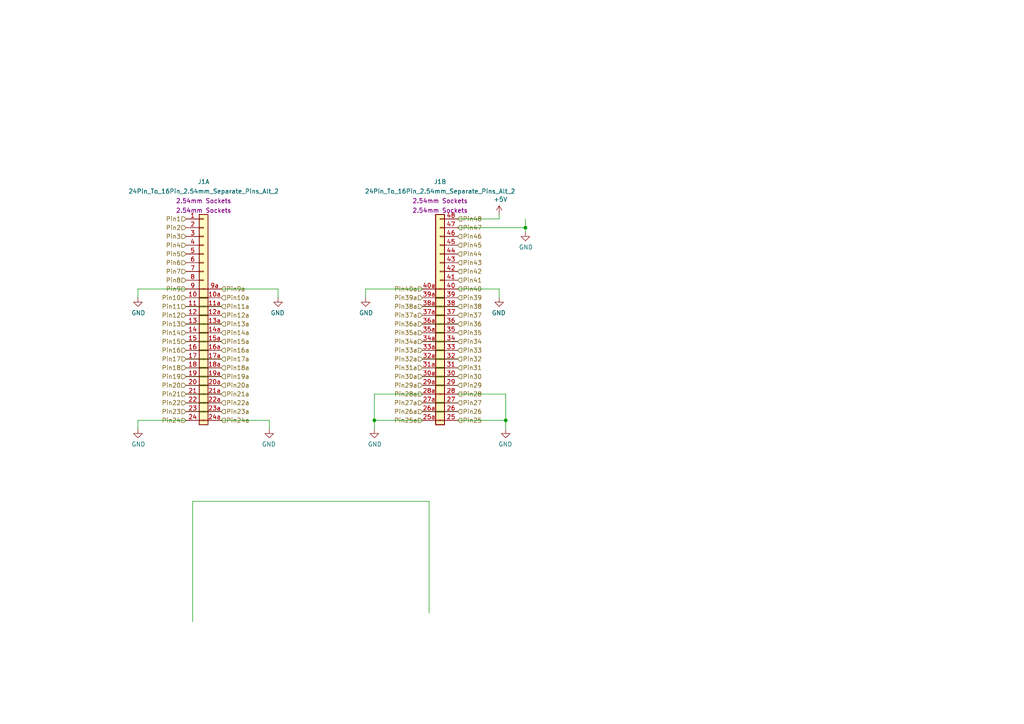
<source format=kicad_sch>
(kicad_sch (version 20211123) (generator eeschema)
  (paper "A4")
  (title_block (title "MRDT NavBoard - Main Board") (rev "1, 2023") (company "Thomas Francois, Missouri S&T Mars Rover Design Team") (comment 1 "Teensy daughter board") (comment 2 "Contains an RJ45 connector and power supplies"))
  (lib_symbols
    (symbol "Nav_Board:24Pin_To_16Pin_2.54mm_Separate_Pins_Alt_2"
      (property "Reference" "J1" (at 0 3.9665 0))
      (property "Value" "24Pin_To_16Pin_2.54mm_Separate_Pins_Alt_2" (at 0 1.1914 0))
      (property "Inner Header Types" "2.54mm Sockets" (at 0 -17.78 0))
      (property "Outer Header Types" "2.54mm Sockets" (at 0 -17.78 0))
      (symbol "24Pin_To_16Pin_2.54mm_Separate_Pins_Alt_2_1_1"
        (rectangle (start -1.27 -59.563) (end 0 -59.817) (stroke (width 0.1524)))
        (rectangle (start -1.27 -57.023) (end 0 -57.277) (stroke (width 0.1524)))
        (rectangle (start -1.27 -54.483) (end 0 -54.737) (stroke (width 0.1524)))
        (rectangle (start -1.27 -51.943) (end 0 -52.197) (stroke (width 0.1524)))
        (rectangle (start -1.27 -49.403) (end 0 -49.657) (stroke (width 0.1524)))
        (rectangle (start -1.27 -46.863) (end 0 -47.117) (stroke (width 0.1524)))
        (rectangle (start -1.27 -44.323) (end 0 -44.577) (stroke (width 0.1524)))
        (rectangle (start -1.27 -41.783) (end 0 -42.037) (stroke (width 0.1524)))
        (rectangle (start -1.27 -39.243) (end 0 -39.497) (stroke (width 0.1524)))
        (rectangle (start -1.27 -36.703) (end 0 -36.957) (stroke (width 0.1524)))
        (rectangle (start -1.27 -34.163) (end 0 -34.417) (stroke (width 0.1524)))
        (rectangle (start -1.27 -31.623) (end 0 -31.877) (stroke (width 0.1524)))
        (rectangle (start -1.27 -29.083) (end 0 -29.337) (stroke (width 0.1524)))
        (rectangle (start -1.27 -26.543) (end 0 -26.797) (stroke (width 0.1524)))
        (rectangle (start -1.27 -24.003) (end 0 -24.257) (stroke (width 0.1524)))
        (rectangle (start -1.27 -21.463) (end 0 -21.717) (stroke (width 0.1524)))
        (rectangle (start -1.27 -18.923) (end 0 -19.177) (stroke (width 0.1524)))
        (rectangle (start -1.27 -16.383) (end 0 -16.637) (stroke (width 0.1524)))
        (rectangle (start -1.27 -13.843) (end 0 -14.097) (stroke (width 0.1524)))
        (rectangle (start -1.27 -11.303) (end 0 -11.557) (stroke (width 0.1524)))
        (rectangle (start -1.27 -8.763) (end 0 -9.017) (stroke (width 0.1524)))
        (rectangle (start -1.27 -6.223) (end 0 -6.477) (stroke (width 0.1524)))
        (rectangle (start -1.27 -3.683) (end 0 -3.937) (stroke (width 0.1524)))
        (rectangle (start -1.27 -1.143) (end 0 -1.397) (stroke (width 0.1524)))
        (rectangle (start -1.27 0) (end 1.27 -60.96) (stroke (width 0.254)) (fill (type background)))
        (rectangle (start 0 -59.817) (end 1.27 -59.563) (stroke (width 0.1524)))
        (rectangle (start 0 -57.277) (end 1.27 -57.023) (stroke (width 0.1524)))
        (rectangle (start 0 -54.737) (end 1.27 -54.483) (stroke (width 0.1524)))
        (rectangle (start 0 -52.197) (end 1.27 -51.943) (stroke (width 0.1524)))
        (rectangle (start 0 -49.657) (end 1.27 -49.403) (stroke (width 0.1524)))
        (rectangle (start 0 -47.117) (end 1.27 -46.863) (stroke (width 0.1524)))
        (rectangle (start 0 -44.577) (end 1.27 -44.323) (stroke (width 0.1524)))
        (rectangle (start 0 -42.037) (end 1.27 -41.783) (stroke (width 0.1524)))
        (rectangle (start 0 -39.497) (end 1.27 -39.243) (stroke (width 0.1524)))
        (rectangle (start 0 -36.957) (end 1.27 -36.703) (stroke (width 0.1524)))
        (rectangle (start 0 -34.417) (end 1.27 -34.163) (stroke (width 0.1524)))
        (rectangle (start 0 -31.877) (end 1.27 -31.623) (stroke (width 0.1524)))
        (rectangle (start 0 -29.337) (end 1.27 -29.083) (stroke (width 0.1524)))
        (rectangle (start 0 -26.797) (end 1.27 -26.543) (stroke (width 0.1524)))
        (rectangle (start 0 -24.257) (end 1.27 -24.003) (stroke (width 0.1524)))
        (rectangle (start 0 -21.717) (end 1.27 -21.463) (stroke (width 0.1524)))
        (pin passive line (at -5.08 -1.27 0) (length 3.81) (name "") (number "1"))
        (pin passive line (at -5.08 -24.13 0) (length 3.81) (name "") (number "10"))
        (pin passive line (at 5.08 -24.13 180) (length 3.81) (name "") (number "10a"))
        (pin passive line (at -5.08 -26.67 0) (length 3.81) (name "") (number "11"))
        (pin passive line (at 5.08 -26.67 180) (length 3.81) (name "") (number "11a"))
        (pin passive line (at -5.08 -29.21 0) (length 3.81) (name "") (number "12"))
        (pin passive line (at 5.08 -29.21 180) (length 3.81) (name "") (number "12a"))
        (pin passive line (at -5.08 -31.75 0) (length 3.81) (name "") (number "13"))
        (pin passive line (at 5.08 -31.75 180) (length 3.81) (name "") (number "13a"))
        (pin passive line (at -5.08 -34.29 0) (length 3.81) (name "") (number "14"))
        (pin passive line (at 5.08 -34.29 180) (length 3.81) (name "") (number "14a"))
        (pin passive line (at -5.08 -36.83 0) (length 3.81) (name "") (number "15"))
        (pin passive line (at 5.08 -36.83 180) (length 3.81) (name "") (number "15a"))
        (pin passive line (at -5.08 -39.37 0) (length 3.81) (name "") (number "16"))
        (pin passive line (at 5.08 -39.37 180) (length 3.81) (name "") (number "16a"))
        (pin passive line (at -5.08 -41.91 0) (length 3.81) (name "") (number "17"))
        (pin passive line (at 5.08 -41.91 180) (length 3.81) (name "") (number "17a"))
        (pin passive line (at -5.08 -44.45 0) (length 3.81) (name "") (number "18"))
        (pin passive line (at 5.08 -44.45 180) (length 3.81) (name "") (number "18a"))
        (pin passive line (at -5.08 -46.99 0) (length 3.81) (name "") (number "19"))
        (pin passive line (at 5.08 -46.99 180) (length 3.81) (name "") (number "19a"))
        (pin passive line (at -5.08 -3.81 0) (length 3.81) (name "") (number "2"))
        (pin passive line (at -5.08 -49.53 0) (length 3.81) (name "") (number "20"))
        (pin passive line (at 5.08 -49.53 180) (length 3.81) (name "") (number "20a"))
        (pin passive line (at -5.08 -52.07 0) (length 3.81) (name "") (number "21"))
        (pin passive line (at 5.08 -52.07 180) (length 3.81) (name "") (number "21a"))
        (pin passive line (at -5.08 -54.61 0) (length 3.81) (name "") (number "22"))
        (pin passive line (at 5.08 -54.61 180) (length 3.81) (name "") (number "22a"))
        (pin passive line (at -5.08 -57.15 0) (length 3.81) (name "") (number "23"))
        (pin passive line (at 5.08 -57.15 180) (length 3.81) (name "") (number "23a"))
        (pin passive line (at -5.08 -59.69 0) (length 3.81) (name "") (number "24"))
        (pin passive line (at 5.08 -59.69 180) (length 3.81) (name "") (number "24a"))
        (pin passive line (at -5.08 -6.35 0) (length 3.81) (name "") (number "3"))
        (pin passive line (at -5.08 -8.89 0) (length 3.81) (name "") (number "4"))
        (pin passive line (at -5.08 -11.43 0) (length 3.81) (name "") (number "5"))
        (pin passive line (at -5.08 -13.97 0) (length 3.81) (name "") (number "6"))
        (pin passive line (at -5.08 -16.51 0) (length 3.81) (name "") (number "7"))
        (pin passive line (at -5.08 -19.05 0) (length 3.81) (name "") (number "8"))
        (pin passive line (at -5.08 -21.59 0) (length 3.81) (name "") (number "9"))
        (pin passive line (at 5.08 -21.59 180) (length 3.81) (name "") (number "9a"))
      )
      (symbol "24Pin_To_16Pin_2.54mm_Separate_Pins_Alt_2_2_1"
        (rectangle (start -1.27 -60.96) (end 1.27 0) (stroke (width 0.254)) (fill (type background)))
        (rectangle (start -1.27 -59.563) (end 0 -59.817) (stroke (width 0.1524)))
        (rectangle (start -1.27 -57.023) (end 0 -57.277) (stroke (width 0.1524)))
        (rectangle (start -1.27 -54.483) (end 0 -54.737) (stroke (width 0.1524)))
        (rectangle (start -1.27 -51.943) (end 0 -52.197) (stroke (width 0.1524)))
        (rectangle (start -1.27 -49.403) (end 0 -49.657) (stroke (width 0.1524)))
        (rectangle (start -1.27 -46.863) (end 0 -47.117) (stroke (width 0.1524)))
        (rectangle (start -1.27 -44.323) (end 0 -44.577) (stroke (width 0.1524)))
        (rectangle (start -1.27 -41.783) (end 0 -42.037) (stroke (width 0.1524)))
        (rectangle (start -1.27 -39.243) (end 0 -39.497) (stroke (width 0.1524)))
        (rectangle (start -1.27 -36.703) (end 0 -36.957) (stroke (width 0.1524)))
        (rectangle (start -1.27 -34.163) (end 0 -34.417) (stroke (width 0.1524)))
        (rectangle (start -1.27 -31.623) (end 0 -31.877) (stroke (width 0.1524)))
        (rectangle (start -1.27 -29.083) (end 0 -29.337) (stroke (width 0.1524)))
        (rectangle (start -1.27 -26.543) (end 0 -26.797) (stroke (width 0.1524)))
        (rectangle (start -1.27 -24.003) (end 0 -24.257) (stroke (width 0.1524)))
        (rectangle (start -1.27 -21.463) (end 0 -21.717) (stroke (width 0.1524)))
        (rectangle (start -1.27 -18.923) (end 0 -19.177) (stroke (width 0.1524)))
        (rectangle (start -1.27 -16.383) (end 0 -16.637) (stroke (width 0.1524)))
        (rectangle (start -1.27 -13.843) (end 0 -14.097) (stroke (width 0.1524)))
        (rectangle (start -1.27 -11.303) (end 0 -11.557) (stroke (width 0.1524)))
        (rectangle (start -1.27 -8.763) (end 0 -9.017) (stroke (width 0.1524)))
        (rectangle (start -1.27 -6.223) (end 0 -6.477) (stroke (width 0.1524)))
        (rectangle (start -1.27 -3.683) (end 0 -3.937) (stroke (width 0.1524)))
        (rectangle (start -1.27 -1.143) (end 0 -1.397) (stroke (width 0.1524)))
        (rectangle (start -1.27 0) (end 1.27 -60.96) (stroke (width 0.254)) (fill (type background)))
        (rectangle (start 0 -59.817) (end 1.27 -59.563) (stroke (width 0.1524)))
        (rectangle (start 0 -57.277) (end 1.27 -57.023) (stroke (width 0.1524)))
        (rectangle (start 0 -54.737) (end 1.27 -54.483) (stroke (width 0.1524)))
        (rectangle (start 0 -52.197) (end 1.27 -51.943) (stroke (width 0.1524)))
        (rectangle (start 0 -49.657) (end 1.27 -49.403) (stroke (width 0.1524)))
        (rectangle (start 0 -47.117) (end 1.27 -46.863) (stroke (width 0.1524)))
        (rectangle (start 0 -44.577) (end 1.27 -44.323) (stroke (width 0.1524)))
        (rectangle (start 0 -42.037) (end 1.27 -41.783) (stroke (width 0.1524)))
        (rectangle (start 0 -39.497) (end 1.27 -39.243) (stroke (width 0.1524)))
        (rectangle (start 0 -36.957) (end 1.27 -36.703) (stroke (width 0.1524)))
        (rectangle (start 0 -34.417) (end 1.27 -34.163) (stroke (width 0.1524)))
        (rectangle (start 0 -31.877) (end 1.27 -31.623) (stroke (width 0.1524)))
        (rectangle (start 0 -29.337) (end 1.27 -29.083) (stroke (width 0.1524)))
        (rectangle (start 0 -26.797) (end 1.27 -26.543) (stroke (width 0.1524)))
        (rectangle (start 0 -24.257) (end 1.27 -24.003) (stroke (width 0.1524)))
        (rectangle (start 0 -21.717) (end 1.27 -21.463) (stroke (width 0.1524)))
        (pin passive line (at -5.08 -59.69 0) (length 3.81) (name "") (number "25"))
        (pin passive line (at 5.08 -59.69 180) (length 3.81) (name "") (number "25a"))
        (pin passive line (at -5.08 -57.15 0) (length 3.81) (name "") (number "26"))
        (pin passive line (at 5.08 -57.15 180) (length 3.81) (name "") (number "26a"))
        (pin passive line (at -5.08 -54.61 0) (length 3.81) (name "") (number "27"))
        (pin passive line (at 5.08 -54.61 180) (length 3.81) (name "") (number "27a"))
        (pin passive line (at -5.08 -52.07 0) (length 3.81) (name "") (number "28"))
        (pin passive line (at 5.08 -52.07 180) (length 3.81) (name "") (number "28a"))
        (pin passive line (at -5.08 -49.53 0) (length 3.81) (name "") (number "29"))
        (pin passive line (at 5.08 -49.53 180) (length 3.81) (name "") (number "29a"))
        (pin passive line (at -5.08 -46.99 0) (length 3.81) (name "") (number "30"))
        (pin passive line (at 5.08 -46.99 180) (length 3.81) (name "") (number "30a"))
        (pin passive line (at -5.08 -44.45 0) (length 3.81) (name "") (number "31"))
        (pin passive line (at 5.08 -44.45 180) (length 3.81) (name "") (number "31a"))
        (pin passive line (at -5.08 -41.91 0) (length 3.81) (name "") (number "32"))
        (pin passive line (at 5.08 -41.91 180) (length 3.81) (name "") (number "32a"))
        (pin passive line (at -5.08 -39.37 0) (length 3.81) (name "") (number "33"))
        (pin passive line (at 5.08 -39.37 180) (length 3.81) (name "") (number "33a"))
        (pin passive line (at -5.08 -36.83 0) (length 3.81) (name "") (number "34"))
        (pin passive line (at 5.08 -36.83 180) (length 3.81) (name "") (number "34a"))
        (pin passive line (at -5.08 -34.29 0) (length 3.81) (name "") (number "35"))
        (pin passive line (at 5.08 -34.29 180) (length 3.81) (name "") (number "35a"))
        (pin passive line (at -5.08 -31.75 0) (length 3.81) (name "") (number "36"))
        (pin passive line (at 5.08 -31.75 180) (length 3.81) (name "") (number "36a"))
        (pin passive line (at -5.08 -29.21 0) (length 3.81) (name "") (number "37"))
        (pin passive line (at 5.08 -29.21 180) (length 3.81) (name "") (number "37a"))
        (pin passive line (at -5.08 -26.67 0) (length 3.81) (name "") (number "38"))
        (pin passive line (at 5.08 -26.67 180) (length 3.81) (name "") (number "38a"))
        (pin passive line (at -5.08 -24.13 0) (length 3.81) (name "") (number "39"))
        (pin passive line (at 5.08 -24.13 180) (length 3.81) (name "") (number "39a"))
        (pin passive line (at -5.08 -21.59 0) (length 3.81) (name "") (number "40"))
        (pin passive line (at 5.08 -21.59 180) (length 3.81) (name "") (number "40a"))
        (pin passive line (at -5.08 -19.05 0) (length 3.81) (name "") (number "41"))
        (pin passive line (at -5.08 -16.51 0) (length 3.81) (name "") (number "42"))
        (pin passive line (at -5.08 -13.97 0) (length 3.81) (name "") (number "43"))
        (pin passive line (at -5.08 -11.43 0) (length 3.81) (name "") (number "44"))
        (pin passive line (at -5.08 -8.89 0) (length 3.81) (name "") (number "45"))
        (pin passive line (at -5.08 -6.35 0) (length 3.81) (name "") (number "46"))
        (pin passive line (at -5.08 -3.81 0) (length 3.81) (name "") (number "47"))
        (pin passive line (at -5.08 -1.27 0) (length 3.81) (name "") (number "48"))
      )
      (symbol "24Pin_To_16Pin_2.54mm_Separate_Pins_Alt_2_3_1"
        (rectangle (start -1.27 -13.8938) (end 0 -14.1478) (stroke (width 0.1524)))
        (rectangle (start -1.27 -11.3538) (end 0 -11.6078) (stroke (width 0.1524)))
        (rectangle (start -1.27 -8.8138) (end 0 -9.0678) (stroke (width 0.1524)))
        (rectangle (start -1.27 -6.2738) (end 0 -6.5278) (stroke (width 0.1524)))
        (rectangle (start -1.27 -3.7338) (end 0 -3.9878) (stroke (width 0.1524)))
        (rectangle (start -1.27 -1.1938) (end 0 -1.4478) (stroke (width 0.1524)))
        (rectangle (start -1.27 -0.0508) (end 1.27 -15.2908) (stroke (width 0.254)) (fill (type background)))
        (pin passive line (at -5.08 -14.0208 0) (length 3.81) (name "") (number "60"))
        (pin passive line (at -5.08 -11.4808 0) (length 3.81) (name "") (number "61"))
        (pin passive line (at -5.08 -8.9408 0) (length 3.81) (name "") (number "62"))
        (pin passive line (at -5.08 -6.4008 0) (length 3.81) (name "") (number "63"))
        (pin passive line (at -5.08 -3.8608 0) (length 3.81) (name "") (number "64"))
        (pin passive line (at -5.08 -1.3208 0) (length 3.81) (name "") (number "65"))
      )
    )
    (symbol "power:+5V" (power) (pin_names (offset 0))
      (property "Value" "+5V" (at 0 3.556 0))
      (symbol "+5V_0_1"
        (polyline (pts (xy -0.762 1.27) (xy 0 2.54)))
        (polyline (pts (xy 0 0) (xy 0 2.54)))
        (polyline (pts (xy 0 2.54) (xy 0.762 1.27)))
      )
      (symbol "+5V_1_1"
        (pin power_in line (at 0 0 90) (length 0) hide (name "+5V") (number "1"))
      )
    )
    (symbol "power:GND" (power) (pin_names (offset 0))
      (property "Value" "GND" (at 0 -3.81 0))
      (symbol "GND_0_1"
        (polyline (pts (xy 0 0) (xy 0 -1.27) (xy 1.27 -1.27) (xy 0 -2.54) (xy -1.27 -1.27) (xy 0 -1.27)))
      )
      (symbol "GND_1_1"
        (pin power_in line (at 0 0 270) (length 0) hide (name "GND") (number "1"))
      )
    )
  )
  (junction (at 108.585 121.92))
  (junction (at 146.685 121.92))
  (junction (at 152.4 66.04))
  (wire (pts (xy 122.555 119.38) (xy 132.715 119.38)))
  (wire (pts (xy 106.045 83.82) (xy 122.555 83.82)))
  (wire (pts (xy 152.4 66.04) (xy 152.4 67.31)))
  (wire (pts (xy 53.975 104.14) (xy 64.135 104.14)))
  (wire (pts (xy 146.685 121.92) (xy 132.715 121.92)))
  (wire (pts (xy 40.005 121.92) (xy 53.975 121.92)))
  (wire (pts (xy 122.555 88.9) (xy 132.715 88.9)))
  (wire (pts (xy 53.975 111.76) (xy 64.135 111.76)))
  (wire (pts (xy 40.005 121.92) (xy 40.005 124.46)))
  (wire (pts (xy 55.88 145.415) (xy 124.46 145.415)))
  (wire (pts (xy 122.555 109.22) (xy 132.715 109.22)))
  (wire (pts (xy 53.975 91.44) (xy 64.135 91.44)))
  (wire (pts (xy 122.555 93.98) (xy 132.715 93.98)))
  (wire (pts (xy 40.005 83.82) (xy 53.975 83.82)))
  (wire (pts (xy 108.585 114.3) (xy 122.555 114.3)))
  (wire (pts (xy 124.46 145.415) (xy 124.46 177.8)))
  (wire (pts (xy 146.685 121.92) (xy 146.685 124.46)))
  (wire (pts (xy 106.045 83.82) (xy 106.045 86.36)))
  (wire (pts (xy 146.685 114.3) (xy 146.685 121.92)))
  (wire (pts (xy 132.715 66.04) (xy 152.4 66.04)))
  (wire (pts (xy 53.975 99.06) (xy 64.135 99.06)))
  (wire (pts (xy 53.975 86.36) (xy 64.135 86.36)))
  (wire (pts (xy 122.555 106.68) (xy 132.715 106.68)))
  (wire (pts (xy 78.105 121.92) (xy 64.135 121.92)))
  (wire (pts (xy 152.4 63.5) (xy 152.4 66.04)))
  (wire (pts (xy 80.645 83.82) (xy 80.645 86.36)))
  (wire (pts (xy 53.975 119.38) (xy 64.135 119.38)))
  (wire (pts (xy 122.555 111.76) (xy 132.715 111.76)))
  (wire (pts (xy 53.975 101.6) (xy 64.135 101.6)))
  (wire (pts (xy 122.555 99.06) (xy 132.715 99.06)))
  (wire (pts (xy 132.715 83.82) (xy 144.78 83.82)))
  (wire (pts (xy 78.105 121.92) (xy 78.105 124.46)))
  (wire (pts (xy 144.78 62.23) (xy 144.78 63.5)))
  (wire (pts (xy 64.135 83.82) (xy 80.645 83.82)))
  (wire (pts (xy 53.975 114.3) (xy 64.135 114.3)))
  (wire (pts (xy 144.78 63.5) (xy 132.715 63.5)))
  (wire (pts (xy 132.715 114.3) (xy 146.685 114.3)))
  (wire (pts (xy 108.585 121.92) (xy 108.585 124.46)))
  (wire (pts (xy 53.975 116.84) (xy 64.135 116.84)))
  (wire (pts (xy 122.555 86.36) (xy 132.715 86.36)))
  (wire (pts (xy 122.555 91.44) (xy 132.715 91.44)))
  (wire (pts (xy 108.585 121.92) (xy 108.585 114.3)))
  (wire (pts (xy 53.975 93.98) (xy 64.135 93.98)))
  (wire (pts (xy 55.88 180.34) (xy 55.88 145.415)))
  (wire (pts (xy 122.555 116.84) (xy 132.715 116.84)))
  (wire (pts (xy 144.78 83.82) (xy 144.78 86.36)))
  (wire (pts (xy 53.975 106.68) (xy 64.135 106.68)))
  (wire (pts (xy 40.005 83.82) (xy 40.005 86.36)))
  (wire (pts (xy 53.975 109.22) (xy 64.135 109.22)))
  (wire (pts (xy 53.975 88.9) (xy 64.135 88.9)))
  (wire (pts (xy 108.585 121.92) (xy 122.555 121.92)))
  (wire (pts (xy 122.555 104.14) (xy 132.715 104.14)))
  (wire (pts (xy 53.975 96.52) (xy 64.135 96.52)))
  (wire (pts (xy 122.555 96.52) (xy 132.715 96.52)))
  (wire (pts (xy 122.555 101.6) (xy 132.715 101.6)))
  (hierarchical_label "Pin11" (shape input) (at 53.975 88.9 180))
  (hierarchical_label "Pin43" (shape input) (at 132.715 76.2 0))
  (hierarchical_label "Pin16a" (shape input) (at 64.135 101.6 0))
  (hierarchical_label "Pin30a" (shape input) (at 122.555 109.22 180))
  (hierarchical_label "Pin1" (shape input) (at 53.975 63.5 180))
  (hierarchical_label "Pin37" (shape input) (at 132.715 91.44 0))
  (hierarchical_label "Pin42" (shape input) (at 132.715 78.74 0))
  (hierarchical_label "Pin9a" (shape input) (at 64.135 83.82 0))
  (hierarchical_label "Pin44" (shape input) (at 132.715 73.66 0))
  (hierarchical_label "Pin27" (shape input) (at 132.715 116.84 0))
  (hierarchical_label "Pin12" (shape input) (at 53.975 91.44 180))
  (hierarchical_label "Pin18" (shape input) (at 53.975 106.68 180))
  (hierarchical_label "Pin46" (shape input) (at 132.715 68.58 0))
  (hierarchical_label "Pin28" (shape input) (at 132.715 114.3 0))
  (hierarchical_label "Pin27a" (shape input) (at 122.555 116.84 180))
  (hierarchical_label "Pin39" (shape input) (at 132.715 86.36 0))
  (hierarchical_label "Pin31" (shape input) (at 132.715 106.68 0))
  (hierarchical_label "Pin22a" (shape input) (at 64.135 116.84 0))
  (hierarchical_label "Pin4" (shape input) (at 53.975 71.12 180))
  (hierarchical_label "Pin3" (shape input) (at 53.975 68.58 180))
  (hierarchical_label "Pin48" (shape input) (at 132.715 63.5 0))
  (hierarchical_label "Pin33a" (shape input) (at 122.555 101.6 180))
  (hierarchical_label "Pin14a" (shape input) (at 64.135 96.52 0))
  (hierarchical_label "Pin11a" (shape input) (at 64.135 88.9 0))
  (hierarchical_label "Pin30" (shape input) (at 132.715 109.22 0))
  (hierarchical_label "Pin2" (shape input) (at 53.975 66.04 180))
  (hierarchical_label "Pin14" (shape input) (at 53.975 96.52 180))
  (hierarchical_label "Pin23a" (shape input) (at 64.135 119.38 0))
  (hierarchical_label "Pin5" (shape input) (at 53.975 73.66 180))
  (hierarchical_label "Pin22" (shape input) (at 53.975 116.84 180))
  (hierarchical_label "Pin26a" (shape input) (at 122.555 119.38 180))
  (hierarchical_label "Pin24" (shape input) (at 53.975 121.92 180))
  (hierarchical_label "Pin47" (shape input) (at 132.715 66.04 0))
  (hierarchical_label "Pin31a" (shape input) (at 122.555 106.68 180))
  (hierarchical_label "Pin19" (shape input) (at 53.975 109.22 180))
  (hierarchical_label "Pin24a" (shape input) (at 64.135 121.92 0))
  (hierarchical_label "Pin15" (shape input) (at 53.975 99.06 180))
  (hierarchical_label "Pin6" (shape input) (at 53.975 76.2 180))
  (hierarchical_label "Pin28a" (shape input) (at 122.555 114.3 180))
  (hierarchical_label "Pin9" (shape input) (at 53.975 83.82 180))
  (hierarchical_label "Pin45" (shape input) (at 132.715 71.12 0))
  (hierarchical_label "Pin29a" (shape input) (at 122.555 111.76 180))
  (hierarchical_label "Pin39a" (shape input) (at 122.555 86.36 180))
  (hierarchical_label "Pin34" (shape input) (at 132.715 99.06 0))
  (hierarchical_label "Pin20a" (shape input) (at 64.135 111.76 0))
  (hierarchical_label "Pin35" (shape input) (at 132.715 96.52 0))
  (hierarchical_label "Pin7" (shape input) (at 53.975 78.74 180))
  (hierarchical_label "Pin35a" (shape input) (at 122.555 96.52 180))
  (hierarchical_label "Pin17" (shape input) (at 53.975 104.14 180))
  (hierarchical_label "Pin16" (shape input) (at 53.975 101.6 180))
  (hierarchical_label "Pin29" (shape input) (at 132.715 111.76 0))
  (hierarchical_label "Pin12a" (shape input) (at 64.135 91.44 0))
  (hierarchical_label "Pin32a" (shape input) (at 122.555 104.14 180))
  (hierarchical_label "Pin15a" (shape input) (at 64.135 99.06 0))
  (hierarchical_label "Pin32" (shape input) (at 132.715 104.14 0))
  (hierarchical_label "Pin40a" (shape input) (at 122.555 83.82 180))
  (hierarchical_label "Pin36a" (shape input) (at 122.555 93.98 180))
  (hierarchical_label "Pin33" (shape input) (at 132.715 101.6 0))
  (hierarchical_label "Pin41" (shape input) (at 132.715 81.28 0))
  (hierarchical_label "Pin8" (shape input) (at 53.975 81.28 180))
  (hierarchical_label "Pin17a" (shape input) (at 64.135 104.14 0))
  (hierarchical_label "Pin20" (shape input) (at 53.975 111.76 180))
  (hierarchical_label "Pin26" (shape input) (at 132.715 119.38 0))
  (hierarchical_label "Pin18a" (shape input) (at 64.135 106.68 0))
  (hierarchical_label "Pin10" (shape input) (at 53.975 86.36 180))
  (hierarchical_label "Pin13" (shape input) (at 53.975 93.98 180))
  (hierarchical_label "Pin34a" (shape input) (at 122.555 99.06 180))
  (hierarchical_label "Pin38" (shape input) (at 132.715 88.9 0))
  (hierarchical_label "Pin25a" (shape input) (at 122.555 121.92 180))
  (hierarchical_label "Pin25" (shape input) (at 132.715 121.92 0))
  (hierarchical_label "Pin10a" (shape input) (at 64.135 86.36 0))
  (hierarchical_label "Pin36" (shape input) (at 132.715 93.98 0))
  (hierarchical_label "Pin21" (shape input) (at 53.975 114.3 180))
  (hierarchical_label "Pin23" (shape input) (at 53.975 119.38 180))
  (hierarchical_label "Pin21a" (shape input) (at 64.135 114.3 0))
  (hierarchical_label "Pin38a" (shape input) (at 122.555 88.9 180))
  (hierarchical_label "Pin13a" (shape input) (at 64.135 93.98 0))
  (hierarchical_label "Pin19a" (shape input) (at 64.135 109.22 0))
  (hierarchical_label "Pin37a" (shape input) (at 122.555 91.44 180))
  (hierarchical_label "Pin40" (shape input) (at 132.715 83.82 0))
  (symbol (lib_id "power:+5V") (at 144.78 62.23 0) (unit 1)
    (property "Reference" "#PWR030" (effects hide))
    (property "Value" "+5V" (at 145.161 57.8358 0))
  )
  (symbol (lib_id "power:GND") (at 108.585 124.46 0) (unit 1)
    (property "Reference" "#PWR042" (effects hide))
    (property "Value" "GND" (at 108.712 128.8542 0))
  )
  (symbol (lib_id "Nav_Board:24Pin_To_16Pin_2.54mm_Separate_Pins_Alt_2") (at 127.635 62.23 0) (mirror y) (unit 2) (in_bom no) (on_board no)
    (property "Reference" "J1" (at 127.635 52.7133 0))
    (property "Value" "24Pin_To_16Pin_2.54mm_Separate_Pins_Alt_2" (at 127.635 55.4884 0))
    (property "Footprint" "Nav_Board:24Pin_To_16Pin_2.54mm_Separate_Pins" (effects hide))
    (property "Inner Header Types" "2.54mm Sockets" (at 127.635 58.2635 0))
    (property "Outer Header Types" "2.54mm Sockets" (at 127.635 61.0386 0))
  )
  (symbol (lib_id "power:GND") (at 40.005 86.36 0) (unit 1)
    (property "Reference" "#PWR033" (effects hide))
    (property "Value" "GND" (at 40.132 90.7542 0))
  )
  (symbol (lib_id "power:GND") (at 146.685 124.46 0) (mirror y) (unit 1)
    (property "Reference" "#PWR043" (effects hide))
    (property "Value" "GND" (at 146.558 128.8542 0))
  )
  (symbol (lib_id "power:GND") (at 152.4 67.31 0) (unit 1)
    (property "Reference" "#PWR032" (effects hide))
    (property "Value" "GND" (at 152.527 71.7042 0))
  )
  (symbol (lib_id "power:GND") (at 106.045 86.36 0) (unit 1)
    (property "Reference" "#PWR035" (effects hide))
    (property "Value" "GND" (at 106.172 90.7542 0))
  )
  (symbol (lib_id "Nav_Board:24Pin_To_16Pin_2.54mm_Separate_Pins_Alt_2") (at 59.055 62.23 0) (unit 1) (in_bom no) (on_board no)
    (property "Reference" "J1" (at 59.055 52.7133 0))
    (property "Value" "24Pin_To_16Pin_2.54mm_Separate_Pins_Alt_2" (at 59.055 55.4884 0))
    (property "Footprint" "Nav_Board:24Pin_To_16Pin_2.54mm_Separate_Pins" (effects hide))
    (property "Inner Header Types" "2.54mm Sockets" (at 59.055 58.2635 0))
    (property "Outer Header Types" "2.54mm Sockets" (at 59.055 61.0386 0))
  )
  (symbol (lib_id "power:GND") (at 40.005 124.46 0) (unit 1)
    (property "Reference" "#PWR040" (effects hide))
    (property "Value" "GND" (at 40.132 128.8542 0))
  )
  (symbol (lib_id "power:GND") (at 80.645 86.36 0) (mirror y) (unit 1)
    (property "Reference" "#PWR034" (effects hide))
    (property "Value" "GND" (at 80.518 90.7542 0))
  )
  (symbol (lib_id "power:GND") (at 78.105 124.46 0) (mirror y) (unit 1)
    (property "Reference" "#PWR041" (effects hide))
    (property "Value" "GND" (at 77.978 128.8542 0))
  )
  (symbol (lib_id "power:GND") (at 144.78 86.36 0) (mirror y) (unit 1)
    (property "Reference" "#PWR036" (effects hide))
    (property "Value" "GND" (at 144.653 90.7542 0))
  )
)
</source>
